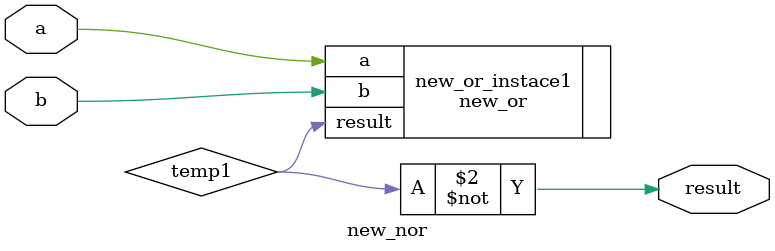
<source format=v>
`timescale 1ns / 1ps



module new_nor(
    input a,
    input b,
    output result
);

wire temp1;
new_or new_or_instace1(
    .a(a),
    .b(b),
    .result(temp1)
);

nand(result,temp1,temp1);

endmodule

</source>
